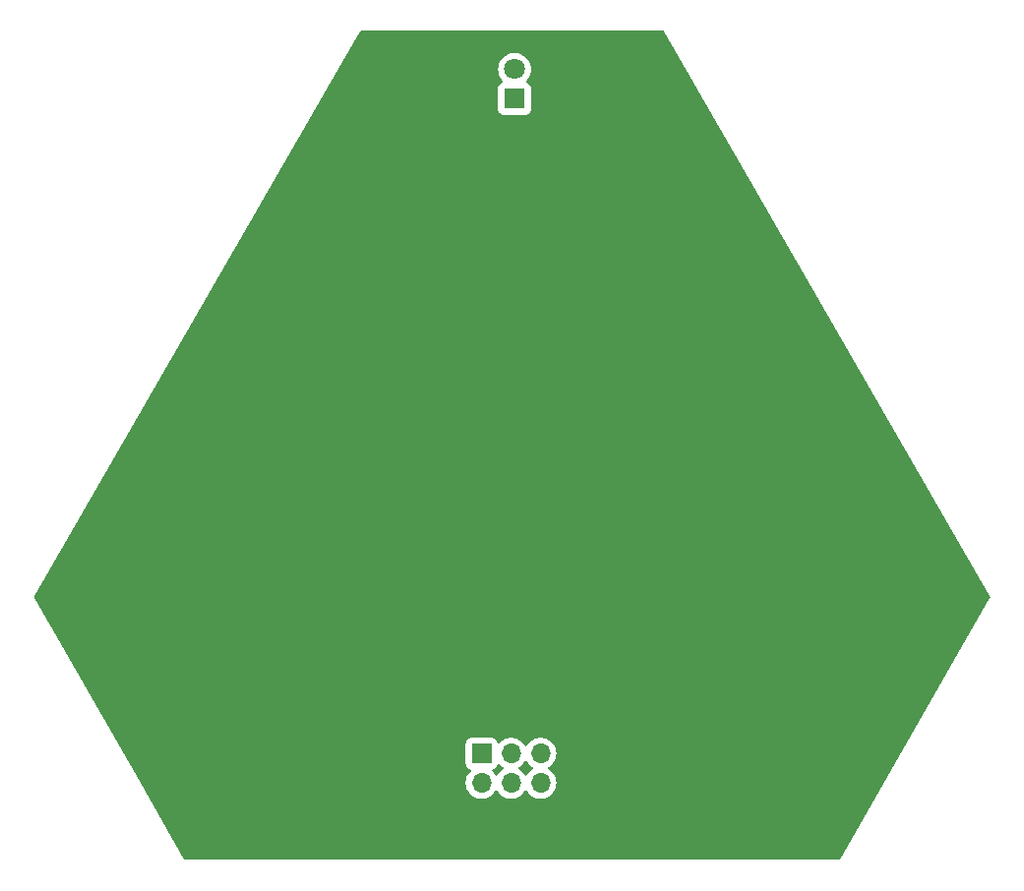
<source format=gbr>
G04 #@! TF.GenerationSoftware,KiCad,Pcbnew,(6.99.0-2452-gdb4f2d9dd8)*
G04 #@! TF.CreationDate,2022-08-02T15:55:00-05:00*
G04 #@! TF.ProjectId,IG,49472e6b-6963-4616-945f-706362585858,rev?*
G04 #@! TF.SameCoordinates,Original*
G04 #@! TF.FileFunction,Copper,L1,Top*
G04 #@! TF.FilePolarity,Positive*
%FSLAX46Y46*%
G04 Gerber Fmt 4.6, Leading zero omitted, Abs format (unit mm)*
G04 Created by KiCad (PCBNEW (6.99.0-2452-gdb4f2d9dd8)) date 2022-08-02 15:55:00*
%MOMM*%
%LPD*%
G01*
G04 APERTURE LIST*
G04 #@! TA.AperFunction,ComponentPad*
%ADD10R,1.800000X1.800000*%
G04 #@! TD*
G04 #@! TA.AperFunction,ComponentPad*
%ADD11C,1.800000*%
G04 #@! TD*
G04 #@! TA.AperFunction,ComponentPad*
%ADD12R,1.700000X1.700000*%
G04 #@! TD*
G04 #@! TA.AperFunction,ComponentPad*
%ADD13O,1.700000X1.700000*%
G04 #@! TD*
G04 APERTURE END LIST*
D10*
X221299999Y-44469999D03*
D11*
X221300000Y-41930000D03*
D12*
X218459999Y-100829999D03*
D13*
X218459999Y-103369999D03*
X220999999Y-100829999D03*
X220999999Y-103369999D03*
X223539999Y-100829999D03*
X223539999Y-103369999D03*
G04 #@! TA.AperFunction,NonConductor*
G36*
X219983439Y-101741388D02*
G01*
X220015755Y-101766638D01*
X220036526Y-101789201D01*
X220076760Y-101832906D01*
X220254424Y-101971189D01*
X220259005Y-101973668D01*
X220287680Y-101989186D01*
X220338071Y-102039199D01*
X220353423Y-102108516D01*
X220328863Y-102175129D01*
X220287681Y-102210813D01*
X220254424Y-102228811D01*
X220250313Y-102232010D01*
X220250311Y-102232012D01*
X220095861Y-102352227D01*
X220076760Y-102367094D01*
X220073228Y-102370931D01*
X219927806Y-102528899D01*
X219927803Y-102528903D01*
X219924278Y-102532732D01*
X219921427Y-102537096D01*
X219835483Y-102668643D01*
X219781479Y-102714732D01*
X219711132Y-102724307D01*
X219646774Y-102694330D01*
X219624517Y-102668643D01*
X219538573Y-102537096D01*
X219535722Y-102532732D01*
X219532197Y-102528903D01*
X219532194Y-102528899D01*
X219392525Y-102377180D01*
X219361104Y-102313515D01*
X219369091Y-102242969D01*
X219413949Y-102187940D01*
X219441191Y-102173787D01*
X219556204Y-102130889D01*
X219568536Y-102121658D01*
X219666050Y-102048659D01*
X219673261Y-102043261D01*
X219760889Y-101926204D01*
X219804998Y-101807944D01*
X219847545Y-101751108D01*
X219914065Y-101726297D01*
X219983439Y-101741388D01*
G37*
G04 #@! TD.AperFunction*
G04 #@! TA.AperFunction,NonConductor*
G36*
X222353226Y-101505670D02*
G01*
X222375483Y-101531357D01*
X222464278Y-101667268D01*
X222467803Y-101671097D01*
X222467806Y-101671101D01*
X222532511Y-101741388D01*
X222616760Y-101832906D01*
X222794424Y-101971189D01*
X222799005Y-101973668D01*
X222827680Y-101989186D01*
X222878071Y-102039199D01*
X222893423Y-102108516D01*
X222868863Y-102175129D01*
X222827681Y-102210813D01*
X222794424Y-102228811D01*
X222790313Y-102232010D01*
X222790311Y-102232012D01*
X222635861Y-102352227D01*
X222616760Y-102367094D01*
X222613228Y-102370931D01*
X222467806Y-102528899D01*
X222467803Y-102528903D01*
X222464278Y-102532732D01*
X222461427Y-102537096D01*
X222375483Y-102668643D01*
X222321479Y-102714732D01*
X222251132Y-102724307D01*
X222186774Y-102694330D01*
X222164517Y-102668643D01*
X222078573Y-102537096D01*
X222075722Y-102532732D01*
X222072197Y-102528903D01*
X222072194Y-102528899D01*
X221926772Y-102370931D01*
X221923240Y-102367094D01*
X221904139Y-102352227D01*
X221749689Y-102232012D01*
X221749687Y-102232010D01*
X221745576Y-102228811D01*
X221712320Y-102210814D01*
X221661929Y-102160801D01*
X221646577Y-102091484D01*
X221671137Y-102024871D01*
X221712320Y-101989186D01*
X221740995Y-101973668D01*
X221745576Y-101971189D01*
X221923240Y-101832906D01*
X222007489Y-101741388D01*
X222072194Y-101671101D01*
X222072197Y-101671097D01*
X222075722Y-101667268D01*
X222164517Y-101531357D01*
X222218521Y-101485268D01*
X222288868Y-101475693D01*
X222353226Y-101505670D01*
G37*
G04 #@! TD.AperFunction*
G04 #@! TA.AperFunction,NonConductor*
G36*
X234165391Y-38626885D02*
G01*
X234206457Y-38670000D01*
X262219032Y-87309715D01*
X262235696Y-87378728D01*
X262219134Y-87435302D01*
X249312934Y-109929823D01*
X249261685Y-109978954D01*
X249203647Y-109993117D01*
X221100347Y-109993062D01*
X192996274Y-109993006D01*
X192928153Y-109973004D01*
X192886984Y-109929710D01*
X189123442Y-103370000D01*
X217096844Y-103370000D01*
X217115436Y-103594368D01*
X217170704Y-103812616D01*
X217261140Y-104018791D01*
X217263990Y-104023153D01*
X217263992Y-104023157D01*
X217278701Y-104045670D01*
X217384278Y-104207268D01*
X217387803Y-104211097D01*
X217387806Y-104211101D01*
X217489360Y-104321417D01*
X217536760Y-104372906D01*
X217714424Y-104511189D01*
X217912426Y-104618342D01*
X218125365Y-104691444D01*
X218130499Y-104692301D01*
X218130504Y-104692302D01*
X218342294Y-104727643D01*
X218342296Y-104727643D01*
X218347431Y-104728500D01*
X218572569Y-104728500D01*
X218577704Y-104727643D01*
X218577706Y-104727643D01*
X218789496Y-104692302D01*
X218789501Y-104692301D01*
X218794635Y-104691444D01*
X219007574Y-104618342D01*
X219205576Y-104511189D01*
X219383240Y-104372906D01*
X219430640Y-104321417D01*
X219532194Y-104211101D01*
X219532197Y-104211097D01*
X219535722Y-104207268D01*
X219624517Y-104071357D01*
X219678521Y-104025268D01*
X219748868Y-104015693D01*
X219813226Y-104045670D01*
X219835483Y-104071357D01*
X219924278Y-104207268D01*
X219927803Y-104211097D01*
X219927806Y-104211101D01*
X220029360Y-104321417D01*
X220076760Y-104372906D01*
X220254424Y-104511189D01*
X220452426Y-104618342D01*
X220665365Y-104691444D01*
X220670499Y-104692301D01*
X220670504Y-104692302D01*
X220882294Y-104727643D01*
X220882296Y-104727643D01*
X220887431Y-104728500D01*
X221112569Y-104728500D01*
X221117704Y-104727643D01*
X221117706Y-104727643D01*
X221329496Y-104692302D01*
X221329501Y-104692301D01*
X221334635Y-104691444D01*
X221547574Y-104618342D01*
X221745576Y-104511189D01*
X221923240Y-104372906D01*
X221970640Y-104321417D01*
X222072194Y-104211101D01*
X222072197Y-104211097D01*
X222075722Y-104207268D01*
X222164517Y-104071357D01*
X222218521Y-104025268D01*
X222288868Y-104015693D01*
X222353226Y-104045670D01*
X222375483Y-104071357D01*
X222464278Y-104207268D01*
X222467803Y-104211097D01*
X222467806Y-104211101D01*
X222569360Y-104321417D01*
X222616760Y-104372906D01*
X222794424Y-104511189D01*
X222992426Y-104618342D01*
X223205365Y-104691444D01*
X223210499Y-104692301D01*
X223210504Y-104692302D01*
X223422294Y-104727643D01*
X223422296Y-104727643D01*
X223427431Y-104728500D01*
X223652569Y-104728500D01*
X223657704Y-104727643D01*
X223657706Y-104727643D01*
X223869496Y-104692302D01*
X223869501Y-104692301D01*
X223874635Y-104691444D01*
X224087574Y-104618342D01*
X224285576Y-104511189D01*
X224463240Y-104372906D01*
X224510640Y-104321417D01*
X224612194Y-104211101D01*
X224612197Y-104211097D01*
X224615722Y-104207268D01*
X224721299Y-104045670D01*
X224736008Y-104023157D01*
X224736010Y-104023153D01*
X224738860Y-104018791D01*
X224829296Y-103812616D01*
X224884564Y-103594368D01*
X224903156Y-103370000D01*
X224884564Y-103145632D01*
X224829296Y-102927384D01*
X224738860Y-102721209D01*
X224734629Y-102714732D01*
X224618573Y-102537096D01*
X224615722Y-102532732D01*
X224612197Y-102528903D01*
X224612194Y-102528899D01*
X224466772Y-102370931D01*
X224463240Y-102367094D01*
X224444139Y-102352227D01*
X224289689Y-102232012D01*
X224289687Y-102232010D01*
X224285576Y-102228811D01*
X224252320Y-102210814D01*
X224201929Y-102160801D01*
X224186577Y-102091484D01*
X224211137Y-102024871D01*
X224252320Y-101989186D01*
X224280995Y-101973668D01*
X224285576Y-101971189D01*
X224463240Y-101832906D01*
X224547489Y-101741388D01*
X224612194Y-101671101D01*
X224612197Y-101671097D01*
X224615722Y-101667268D01*
X224721299Y-101505670D01*
X224736008Y-101483157D01*
X224736010Y-101483153D01*
X224738860Y-101478791D01*
X224829296Y-101272616D01*
X224884564Y-101054368D01*
X224903156Y-100830000D01*
X224884564Y-100605632D01*
X224829296Y-100387384D01*
X224738860Y-100181209D01*
X224734629Y-100174732D01*
X224618573Y-99997096D01*
X224615722Y-99992732D01*
X224612197Y-99988903D01*
X224612194Y-99988899D01*
X224466772Y-99830931D01*
X224463240Y-99827094D01*
X224285576Y-99688811D01*
X224087574Y-99581658D01*
X223874635Y-99508556D01*
X223869501Y-99507699D01*
X223869496Y-99507698D01*
X223657706Y-99472357D01*
X223657704Y-99472357D01*
X223652569Y-99471500D01*
X223427431Y-99471500D01*
X223422296Y-99472357D01*
X223422294Y-99472357D01*
X223210504Y-99507698D01*
X223210499Y-99507699D01*
X223205365Y-99508556D01*
X222992426Y-99581658D01*
X222794424Y-99688811D01*
X222616760Y-99827094D01*
X222613228Y-99830931D01*
X222467806Y-99988899D01*
X222467803Y-99988903D01*
X222464278Y-99992732D01*
X222461427Y-99997096D01*
X222375483Y-100128643D01*
X222321479Y-100174732D01*
X222251132Y-100184307D01*
X222186774Y-100154330D01*
X222164517Y-100128643D01*
X222078573Y-99997096D01*
X222075722Y-99992732D01*
X222072197Y-99988903D01*
X222072194Y-99988899D01*
X221926772Y-99830931D01*
X221923240Y-99827094D01*
X221745576Y-99688811D01*
X221547574Y-99581658D01*
X221334635Y-99508556D01*
X221329501Y-99507699D01*
X221329496Y-99507698D01*
X221117706Y-99472357D01*
X221117704Y-99472357D01*
X221112569Y-99471500D01*
X220887431Y-99471500D01*
X220882296Y-99472357D01*
X220882294Y-99472357D01*
X220670504Y-99507698D01*
X220670499Y-99507699D01*
X220665365Y-99508556D01*
X220452426Y-99581658D01*
X220254424Y-99688811D01*
X220076760Y-99827094D01*
X220073228Y-99830931D01*
X220015755Y-99893362D01*
X219954901Y-99929933D01*
X219883937Y-99927798D01*
X219825392Y-99887636D01*
X219804998Y-99852056D01*
X219764038Y-99742239D01*
X219764037Y-99742237D01*
X219760889Y-99733796D01*
X219673261Y-99616739D01*
X219556204Y-99529111D01*
X219419201Y-99478011D01*
X219382295Y-99474043D01*
X219361988Y-99471860D01*
X219361985Y-99471860D01*
X219358638Y-99471500D01*
X217561362Y-99471500D01*
X217558015Y-99471860D01*
X217558012Y-99471860D01*
X217537705Y-99474043D01*
X217500799Y-99478011D01*
X217363796Y-99529111D01*
X217246739Y-99616739D01*
X217159111Y-99733796D01*
X217108011Y-99870799D01*
X217101500Y-99931362D01*
X217101500Y-101728638D01*
X217108011Y-101789201D01*
X217159111Y-101926204D01*
X217246739Y-102043261D01*
X217253950Y-102048659D01*
X217351465Y-102121658D01*
X217363796Y-102130889D01*
X217478808Y-102173787D01*
X217535642Y-102216333D01*
X217560453Y-102282853D01*
X217545361Y-102352227D01*
X217527475Y-102377180D01*
X217387806Y-102528899D01*
X217387803Y-102528903D01*
X217384278Y-102532732D01*
X217381427Y-102537096D01*
X217265372Y-102714732D01*
X217261140Y-102721209D01*
X217170704Y-102927384D01*
X217115436Y-103145632D01*
X217096844Y-103370000D01*
X189123442Y-103370000D01*
X179980866Y-87434842D01*
X179964315Y-87365801D01*
X179980969Y-87309255D01*
X206115988Y-41930000D01*
X219886673Y-41930000D01*
X219905949Y-42162626D01*
X219963251Y-42388907D01*
X220057016Y-42602669D01*
X220184686Y-42798083D01*
X220188211Y-42801912D01*
X220188214Y-42801916D01*
X220228349Y-42845513D01*
X220269843Y-42890587D01*
X220301263Y-42954251D01*
X220293276Y-43024797D01*
X220248418Y-43079826D01*
X220221174Y-43093979D01*
X220162242Y-43115960D01*
X220162238Y-43115962D01*
X220153796Y-43119111D01*
X220036739Y-43206739D01*
X219949111Y-43323796D01*
X219898011Y-43460799D01*
X219891500Y-43521362D01*
X219891500Y-45418638D01*
X219898011Y-45479201D01*
X219949111Y-45616204D01*
X220036739Y-45733261D01*
X220153796Y-45820889D01*
X220290799Y-45871989D01*
X220327705Y-45875957D01*
X220348012Y-45878140D01*
X220348015Y-45878140D01*
X220351362Y-45878500D01*
X222248638Y-45878500D01*
X222251985Y-45878140D01*
X222251988Y-45878140D01*
X222272295Y-45875957D01*
X222309201Y-45871989D01*
X222446204Y-45820889D01*
X222563261Y-45733261D01*
X222650889Y-45616204D01*
X222701989Y-45479201D01*
X222708500Y-45418638D01*
X222708500Y-43521362D01*
X222701989Y-43460799D01*
X222650889Y-43323796D01*
X222563261Y-43206739D01*
X222446204Y-43119111D01*
X222437762Y-43115962D01*
X222437758Y-43115960D01*
X222378826Y-43093979D01*
X222321991Y-43051433D01*
X222297180Y-42984912D01*
X222312272Y-42915538D01*
X222330156Y-42890589D01*
X222371651Y-42845513D01*
X222411786Y-42801916D01*
X222411789Y-42801912D01*
X222415314Y-42798083D01*
X222542984Y-42602669D01*
X222636749Y-42388907D01*
X222694051Y-42162626D01*
X222713327Y-41930000D01*
X222694051Y-41697374D01*
X222636749Y-41471093D01*
X222542984Y-41257331D01*
X222415314Y-41061917D01*
X222411789Y-41058088D01*
X222411786Y-41058084D01*
X222260752Y-40894019D01*
X222257220Y-40890182D01*
X222253108Y-40886981D01*
X222253102Y-40886976D01*
X222077130Y-40750011D01*
X222077128Y-40750009D01*
X222073017Y-40746810D01*
X221867727Y-40635713D01*
X221646951Y-40559920D01*
X221641817Y-40559063D01*
X221641812Y-40559062D01*
X221421849Y-40522357D01*
X221421846Y-40522357D01*
X221416712Y-40521500D01*
X221183288Y-40521500D01*
X221178154Y-40522357D01*
X221178151Y-40522357D01*
X220958188Y-40559062D01*
X220958183Y-40559063D01*
X220953049Y-40559920D01*
X220732273Y-40635713D01*
X220526983Y-40746810D01*
X220522872Y-40750009D01*
X220522870Y-40750011D01*
X220346898Y-40886976D01*
X220346892Y-40886981D01*
X220342780Y-40890182D01*
X220339248Y-40894019D01*
X220188214Y-41058084D01*
X220188211Y-41058088D01*
X220184686Y-41061917D01*
X220057016Y-41257331D01*
X219963251Y-41471093D01*
X219905949Y-41697374D01*
X219886673Y-41930000D01*
X206115988Y-41930000D01*
X207993502Y-38669999D01*
X208044832Y-38620952D01*
X208102688Y-38606883D01*
X234097270Y-38606883D01*
X234165391Y-38626885D01*
G37*
G04 #@! TD.AperFunction*
M02*

</source>
